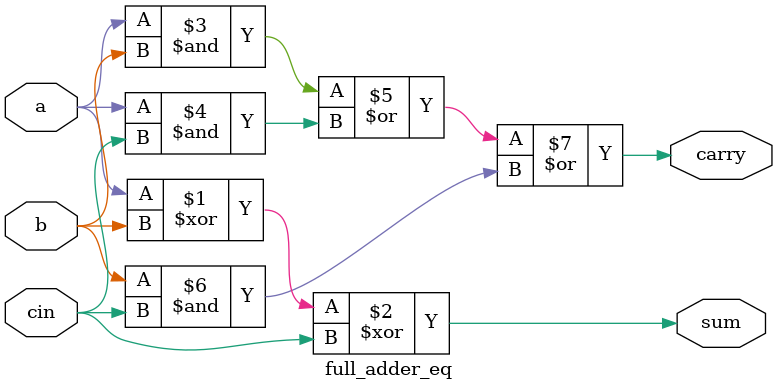
<source format=sv>
module full_adder_eq(input logic a, b, cin,
output logic sum, carry);
  assign sum = a ^ b ^ cin; 
  assign carry = a & b | a & cin | b & cin;
endmodule
  
</source>
